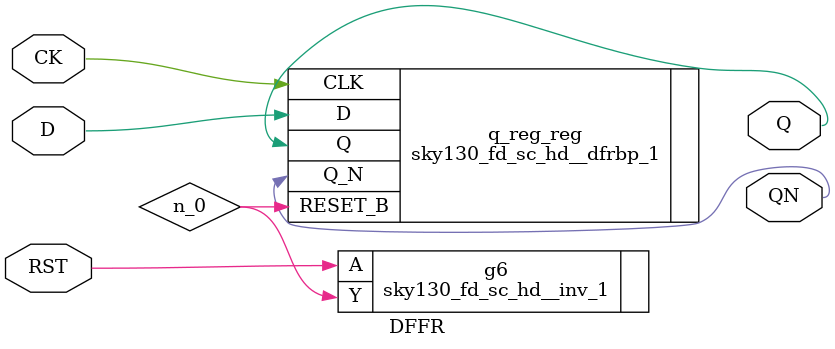
<source format=v>


// Verification Directory fv/DFFR 
`include "sky130_fd_sc_hd.v"
module DFFR(RST, CK, D, Q, QN);
  input RST, CK, D;
  output Q, QN;
  wire RST, CK, D;
  wire Q, QN;
  wire n_0;
  sky130_fd_sc_hd__inv_1 g6(.A (RST), .Y (n_0));
  sky130_fd_sc_hd__dfrbp_1 q_reg_reg(.RESET_B (n_0), .CLK (CK), .D (D),
       .Q (Q), .Q_N (QN));
endmodule


</source>
